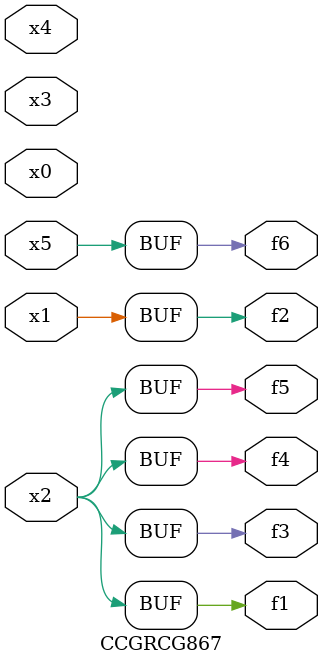
<source format=v>
module CCGRCG867(
	input x0, x1, x2, x3, x4, x5,
	output f1, f2, f3, f4, f5, f6
);
	assign f1 = x2;
	assign f2 = x1;
	assign f3 = x2;
	assign f4 = x2;
	assign f5 = x2;
	assign f6 = x5;
endmodule

</source>
